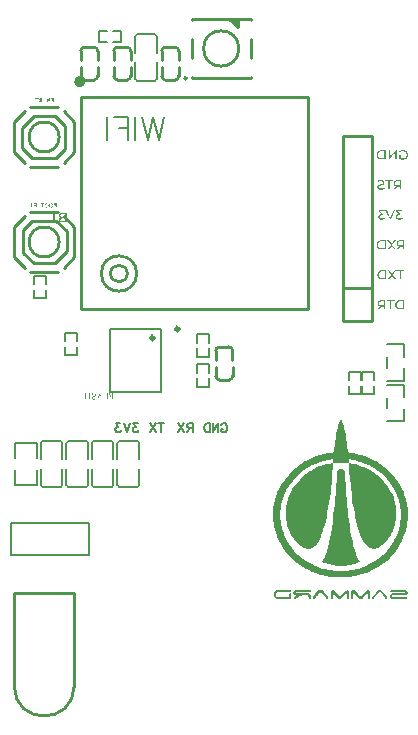
<source format=gbo>
G04 Layer: BottomSilkscreenLayer*
G04 EasyEDA v6.5.46, 2025-09-16 11:21:37*
G04 d57bd40a603b42be9e37e0d49851eb9c,10*
G04 Gerber Generator version 0.2*
G04 Scale: 100 percent, Rotated: No, Reflected: No *
G04 Dimensions in inches *
G04 leading zeros omitted , absolute positions ,3 integer and 6 decimal *
%FSLAX36Y36*%
%MOIN*%

%ADD10C,0.0080*%
%ADD11C,0.0100*%
%ADD12C,0.0060*%
%ADD13C,0.0197*%
%ADD14C,0.0118*%
%ADD15C,0.0173*%

%LPD*%
G36*
X1118940Y-1379319D02*
G01*
X1115760Y-1385480D01*
X1113760Y-1390580D01*
X1112460Y-1394180D01*
X1111180Y-1398380D01*
X1108620Y-1407380D01*
X1105760Y-1419920D01*
X1104440Y-1426680D01*
X1102500Y-1437480D01*
X1101240Y-1445360D01*
X1099600Y-1456620D01*
X1098280Y-1466819D01*
X1096380Y-1483620D01*
X1095740Y-1490440D01*
X1095400Y-1490940D01*
X1085900Y-1491920D01*
X1078140Y-1493120D01*
X1071700Y-1494319D01*
X1064680Y-1495800D01*
X1059520Y-1497020D01*
X1051680Y-1499120D01*
X1044920Y-1501140D01*
X1039419Y-1503040D01*
X1037800Y-1503520D01*
X1031040Y-1506040D01*
X1022320Y-1509660D01*
X1013600Y-1513700D01*
X1008439Y-1516260D01*
X999080Y-1521380D01*
X987460Y-1528560D01*
X980360Y-1533520D01*
X972760Y-1539240D01*
X968439Y-1542760D01*
X961000Y-1549120D01*
X952300Y-1557480D01*
X944580Y-1565720D01*
X938060Y-1573360D01*
X931580Y-1581780D01*
X925639Y-1590360D01*
X920180Y-1599180D01*
X913240Y-1612100D01*
X910560Y-1617800D01*
X907840Y-1624100D01*
X905939Y-1628899D01*
X902440Y-1638800D01*
X900540Y-1644800D01*
X898199Y-1653959D01*
X897320Y-1657720D01*
X895380Y-1668220D01*
X894340Y-1675420D01*
X893700Y-1681720D01*
X893000Y-1690720D01*
X893000Y-1700340D01*
X917000Y-1700340D01*
X917300Y-1688020D01*
X917940Y-1681120D01*
X918600Y-1675420D01*
X919860Y-1667760D01*
X920560Y-1664019D01*
X921900Y-1658020D01*
X924740Y-1647800D01*
X925920Y-1643899D01*
X928520Y-1636699D01*
X932500Y-1627100D01*
X935480Y-1620800D01*
X940819Y-1610880D01*
X945639Y-1602980D01*
X952860Y-1592580D01*
X958100Y-1585980D01*
X963240Y-1579980D01*
X969040Y-1573680D01*
X979720Y-1563560D01*
X987800Y-1556819D01*
X994900Y-1551459D01*
X1001020Y-1547180D01*
X1012320Y-1540140D01*
X1022940Y-1534460D01*
X1034900Y-1528940D01*
X1042660Y-1525840D01*
X1049700Y-1523360D01*
X1060080Y-1520180D01*
X1064600Y-1518959D01*
X1072340Y-1517120D01*
X1075880Y-1516440D01*
X1077880Y-1515900D01*
X1079500Y-1515900D01*
X1081380Y-1515360D01*
X1089120Y-1514120D01*
X1093560Y-1513740D01*
X1092760Y-1526540D01*
X1092100Y-1527300D01*
X1090220Y-1527300D01*
X1087500Y-1527840D01*
X1081220Y-1528839D01*
X1075240Y-1530000D01*
X1069760Y-1531220D01*
X1064280Y-1532620D01*
X1059440Y-1533980D01*
X1052000Y-1536339D01*
X1046840Y-1538200D01*
X1039419Y-1541220D01*
X1030620Y-1545300D01*
X1022960Y-1549420D01*
X1018439Y-1552000D01*
X1013600Y-1555020D01*
X1007860Y-1558959D01*
X1000699Y-1564259D01*
X995540Y-1568520D01*
X984220Y-1579079D01*
X981300Y-1582080D01*
X974880Y-1589280D01*
X967060Y-1599180D01*
X963220Y-1604580D01*
X957840Y-1613000D01*
X955660Y-1616600D01*
X948980Y-1629199D01*
X947620Y-1632040D01*
X947620Y-1632360D01*
X945440Y-1637160D01*
X943780Y-1641200D01*
X941200Y-1648700D01*
X939920Y-1654720D01*
X939160Y-1659220D01*
X938620Y-1661920D01*
X937320Y-1670920D01*
X936660Y-1676920D01*
X935920Y-1685620D01*
X936260Y-1708740D01*
X936919Y-1714740D01*
X938220Y-1723440D01*
X939580Y-1730040D01*
X941120Y-1736200D01*
X942780Y-1741759D01*
X945320Y-1749000D01*
X948640Y-1756759D01*
X949940Y-1759460D01*
X953980Y-1766960D01*
X955320Y-1769160D01*
X959340Y-1775380D01*
X961280Y-1778080D01*
X967099Y-1785280D01*
X972700Y-1791279D01*
X981660Y-1799400D01*
X987360Y-1803520D01*
X996500Y-1809360D01*
X999080Y-1810560D01*
X1002320Y-1811600D01*
X1005860Y-1812420D01*
X1012880Y-1812440D01*
X1015540Y-1811800D01*
X1020060Y-1810500D01*
X1023880Y-1808800D01*
X1027800Y-1806339D01*
X1032340Y-1802920D01*
X1036520Y-1798480D01*
X1038500Y-1796080D01*
X1041820Y-1791500D01*
X1045380Y-1785580D01*
X1048560Y-1779580D01*
X1051420Y-1773560D01*
X1054440Y-1766220D01*
X1058560Y-1754960D01*
X1060520Y-1748959D01*
X1062880Y-1741160D01*
X1064800Y-1734259D01*
X1068240Y-1720740D01*
X1071220Y-1707540D01*
X1074440Y-1691480D01*
X1077020Y-1677080D01*
X1079580Y-1661240D01*
X1082220Y-1643000D01*
X1084760Y-1622900D01*
X1086080Y-1611480D01*
X1088020Y-1592280D01*
X1089600Y-1574880D01*
X1090920Y-1558520D01*
X1092180Y-1539760D01*
X1092920Y-1527300D01*
X1145660Y-1527300D01*
X1146120Y-1533160D01*
X1146700Y-1543660D01*
X1147680Y-1557620D01*
X1149280Y-1577580D01*
X1151860Y-1604580D01*
X1155120Y-1632800D01*
X1157700Y-1651860D01*
X1160240Y-1668820D01*
X1161540Y-1676620D01*
X1164800Y-1694480D01*
X1167440Y-1707540D01*
X1170300Y-1720140D01*
X1172860Y-1730500D01*
X1177100Y-1745660D01*
X1179560Y-1753460D01*
X1183460Y-1764259D01*
X1186720Y-1772220D01*
X1188580Y-1776420D01*
X1194160Y-1787240D01*
X1198540Y-1793980D01*
X1203140Y-1799700D01*
X1208840Y-1804960D01*
X1214260Y-1808560D01*
X1218840Y-1810560D01*
X1222080Y-1811600D01*
X1226280Y-1812440D01*
X1232980Y-1812440D01*
X1238200Y-1811100D01*
X1242080Y-1809379D01*
X1249820Y-1804520D01*
X1254020Y-1801540D01*
X1257240Y-1799100D01*
X1261120Y-1795820D01*
X1267160Y-1790080D01*
X1272540Y-1784079D01*
X1276000Y-1779880D01*
X1280640Y-1773440D01*
X1285040Y-1766360D01*
X1289280Y-1758260D01*
X1290620Y-1755520D01*
X1292020Y-1752260D01*
X1293920Y-1747460D01*
X1295240Y-1743860D01*
X1297060Y-1737860D01*
X1298440Y-1732760D01*
X1300020Y-1725540D01*
X1301620Y-1715640D01*
X1302300Y-1709340D01*
X1302860Y-1695840D01*
X1302580Y-1684120D01*
X1301920Y-1676320D01*
X1301279Y-1670320D01*
X1299980Y-1661620D01*
X1298360Y-1653140D01*
X1297360Y-1648400D01*
X1294820Y-1640900D01*
X1291240Y-1632500D01*
X1288640Y-1627100D01*
X1284199Y-1618700D01*
X1278780Y-1609680D01*
X1276020Y-1605480D01*
X1269560Y-1596480D01*
X1264140Y-1589700D01*
X1257940Y-1582680D01*
X1255340Y-1579980D01*
X1242080Y-1567640D01*
X1239180Y-1565260D01*
X1232080Y-1559860D01*
X1225940Y-1555600D01*
X1217240Y-1550240D01*
X1209820Y-1546200D01*
X1197220Y-1540360D01*
X1193680Y-1538940D01*
X1183680Y-1535360D01*
X1177220Y-1533400D01*
X1170440Y-1531540D01*
X1162380Y-1529740D01*
X1155600Y-1528520D01*
X1148140Y-1527300D01*
X1146480Y-1527300D01*
X1145840Y-1526540D01*
X1145420Y-1518740D01*
X1145020Y-1514000D01*
X1150120Y-1514660D01*
X1157380Y-1515900D01*
X1162220Y-1516819D01*
X1167300Y-1517960D01*
X1174480Y-1519800D01*
X1181120Y-1521780D01*
X1187740Y-1523860D01*
X1191900Y-1525340D01*
X1201100Y-1528940D01*
X1213060Y-1534460D01*
X1223680Y-1540140D01*
X1234980Y-1547180D01*
X1241600Y-1551800D01*
X1252080Y-1559860D01*
X1264600Y-1571260D01*
X1271700Y-1578779D01*
X1277900Y-1585980D01*
X1283140Y-1592580D01*
X1290360Y-1602980D01*
X1295180Y-1610880D01*
X1300520Y-1620800D01*
X1303500Y-1627100D01*
X1305560Y-1631900D01*
X1307480Y-1636699D01*
X1310080Y-1643899D01*
X1311900Y-1649900D01*
X1314100Y-1658020D01*
X1315460Y-1664019D01*
X1316740Y-1671220D01*
X1317400Y-1675420D01*
X1318060Y-1681120D01*
X1318720Y-1688020D01*
X1319019Y-1700040D01*
X1318400Y-1713839D01*
X1317780Y-1720140D01*
X1317140Y-1724640D01*
X1316140Y-1730800D01*
X1314860Y-1737100D01*
X1313600Y-1742360D01*
X1312000Y-1748360D01*
X1310720Y-1752560D01*
X1308120Y-1760060D01*
X1306060Y-1765160D01*
X1305740Y-1766519D01*
X1305180Y-1766860D01*
X1305180Y-1767720D01*
X1302580Y-1773120D01*
X1302580Y-1773400D01*
X1300900Y-1776879D01*
X1295820Y-1786480D01*
X1293160Y-1790980D01*
X1289560Y-1796680D01*
X1281639Y-1807840D01*
X1277320Y-1813180D01*
X1272140Y-1819199D01*
X1266500Y-1825220D01*
X1258560Y-1832920D01*
X1248860Y-1841120D01*
X1242720Y-1845860D01*
X1233800Y-1852080D01*
X1225180Y-1857460D01*
X1218520Y-1861160D01*
X1211100Y-1864960D01*
X1202440Y-1868920D01*
X1198340Y-1870660D01*
X1198060Y-1870660D01*
X1194640Y-1872120D01*
X1191100Y-1873440D01*
X1185940Y-1875200D01*
X1175600Y-1878380D01*
X1171080Y-1879620D01*
X1159800Y-1882120D01*
X1153660Y-1883240D01*
X1149780Y-1883860D01*
X1140420Y-1885040D01*
X1133000Y-1885660D01*
X1123000Y-1886279D01*
X1113000Y-1886279D01*
X1103000Y-1885660D01*
X1095580Y-1885040D01*
X1090740Y-1884460D01*
X1084280Y-1883560D01*
X1077500Y-1882380D01*
X1069120Y-1880560D01*
X1064120Y-1879379D01*
X1060400Y-1878380D01*
X1050080Y-1875200D01*
X1043139Y-1872780D01*
X1037960Y-1870660D01*
X1037660Y-1870660D01*
X1033560Y-1868920D01*
X1024900Y-1864960D01*
X1017480Y-1861160D01*
X1010840Y-1857460D01*
X1002220Y-1852080D01*
X993280Y-1845860D01*
X987140Y-1841120D01*
X977460Y-1832920D01*
X969500Y-1825220D01*
X963860Y-1819199D01*
X957420Y-1811680D01*
X955879Y-1809580D01*
X955420Y-1809280D01*
X947320Y-1798000D01*
X942840Y-1790980D01*
X940200Y-1786480D01*
X935100Y-1776879D01*
X933420Y-1773400D01*
X933420Y-1773120D01*
X930840Y-1767720D01*
X930840Y-1766860D01*
X930260Y-1766519D01*
X929940Y-1765160D01*
X927880Y-1760060D01*
X925280Y-1752560D01*
X922760Y-1743860D01*
X921560Y-1738760D01*
X919680Y-1729900D01*
X918240Y-1720140D01*
X917600Y-1713839D01*
X917000Y-1700340D01*
X893000Y-1700340D01*
X893000Y-1707840D01*
X893680Y-1716840D01*
X894680Y-1725240D01*
X895620Y-1731840D01*
X897020Y-1739060D01*
X898580Y-1746100D01*
X901520Y-1756759D01*
X902620Y-1760220D01*
X905300Y-1767900D01*
X907660Y-1773880D01*
X910100Y-1779580D01*
X911480Y-1782420D01*
X911480Y-1782660D01*
X914100Y-1787980D01*
X918900Y-1796980D01*
X922980Y-1803880D01*
X927039Y-1810180D01*
X933700Y-1819540D01*
X939380Y-1826680D01*
X943480Y-1831500D01*
X946160Y-1834480D01*
X952940Y-1841699D01*
X964560Y-1852520D01*
X973960Y-1860160D01*
X982960Y-1866800D01*
X993100Y-1873520D01*
X1001979Y-1878680D01*
X1007240Y-1881519D01*
X1013600Y-1884780D01*
X1022000Y-1888620D01*
X1027700Y-1891080D01*
X1027940Y-1891080D01*
X1031360Y-1892520D01*
X1036520Y-1894460D01*
X1045240Y-1897380D01*
X1050080Y-1898860D01*
X1057660Y-1901000D01*
X1067980Y-1903380D01*
X1072660Y-1904319D01*
X1081380Y-1905820D01*
X1088000Y-1906720D01*
X1095900Y-1907560D01*
X1106220Y-1908340D01*
X1129780Y-1908340D01*
X1140100Y-1907560D01*
X1150440Y-1906420D01*
X1162060Y-1904600D01*
X1164640Y-1904040D01*
X1166900Y-1903660D01*
X1177540Y-1901240D01*
X1190120Y-1897640D01*
X1191420Y-1897120D01*
X1194320Y-1896220D01*
X1199480Y-1894460D01*
X1204640Y-1892520D01*
X1208060Y-1891080D01*
X1208300Y-1891080D01*
X1214000Y-1888620D01*
X1222400Y-1884780D01*
X1231020Y-1880320D01*
X1235960Y-1877600D01*
X1242900Y-1873520D01*
X1253060Y-1866800D01*
X1262040Y-1860160D01*
X1271440Y-1852520D01*
X1283060Y-1841699D01*
X1289840Y-1834480D01*
X1292520Y-1831500D01*
X1296620Y-1826680D01*
X1302300Y-1819540D01*
X1308959Y-1810180D01*
X1313020Y-1803880D01*
X1316459Y-1798180D01*
X1322860Y-1786180D01*
X1326740Y-1777780D01*
X1330720Y-1767900D01*
X1333959Y-1758560D01*
X1335880Y-1751960D01*
X1337440Y-1746040D01*
X1338740Y-1740260D01*
X1340060Y-1733640D01*
X1341020Y-1727640D01*
X1342320Y-1716840D01*
X1343000Y-1707840D01*
X1343000Y-1690720D01*
X1342320Y-1681720D01*
X1341660Y-1675420D01*
X1340640Y-1668220D01*
X1338680Y-1657720D01*
X1337480Y-1652600D01*
X1335460Y-1644800D01*
X1333460Y-1638500D01*
X1330060Y-1628899D01*
X1328160Y-1624100D01*
X1325440Y-1617800D01*
X1322760Y-1612100D01*
X1316180Y-1599740D01*
X1310360Y-1590360D01*
X1305080Y-1582680D01*
X1300540Y-1576680D01*
X1297920Y-1573360D01*
X1292320Y-1566660D01*
X1283720Y-1557480D01*
X1275000Y-1549120D01*
X1263260Y-1539240D01*
X1255640Y-1533520D01*
X1248540Y-1528560D01*
X1236920Y-1521380D01*
X1227560Y-1516260D01*
X1222400Y-1513700D01*
X1213680Y-1509660D01*
X1204980Y-1506040D01*
X1198200Y-1503520D01*
X1196580Y-1503040D01*
X1191100Y-1501140D01*
X1181980Y-1498460D01*
X1173680Y-1496339D01*
X1168820Y-1495240D01*
X1162060Y-1493920D01*
X1151400Y-1492160D01*
X1143240Y-1491200D01*
X1142820Y-1489319D01*
X1140940Y-1471320D01*
X1139660Y-1461120D01*
X1137400Y-1445060D01*
X1134800Y-1429680D01*
X1133780Y-1424500D01*
X1133460Y-1422400D01*
X1130300Y-1408580D01*
X1128280Y-1400780D01*
X1126940Y-1396579D01*
X1124180Y-1388760D01*
X1122160Y-1383980D01*
X1120460Y-1380680D01*
X1119540Y-1379319D01*
G37*
G36*
X1120100Y-1545660D02*
G01*
X1116560Y-1545980D01*
X1112520Y-1547740D01*
X1109720Y-1550300D01*
X1107740Y-1553560D01*
X1106620Y-1556560D01*
X1106040Y-1559259D01*
X1104780Y-1581480D01*
X1103160Y-1606380D01*
X1101880Y-1623880D01*
X1099300Y-1654720D01*
X1098000Y-1668300D01*
X1096400Y-1683820D01*
X1094480Y-1700640D01*
X1092820Y-1714000D01*
X1091560Y-1723440D01*
X1088660Y-1743260D01*
X1085440Y-1762460D01*
X1082240Y-1778980D01*
X1080240Y-1788280D01*
X1078320Y-1796540D01*
X1075420Y-1807940D01*
X1071280Y-1821900D01*
X1068020Y-1831220D01*
X1064960Y-1838700D01*
X1063400Y-1842000D01*
X1060220Y-1848000D01*
X1058540Y-1850700D01*
X1056680Y-1853220D01*
X1056680Y-1855880D01*
X1058340Y-1857420D01*
X1064280Y-1859640D01*
X1069440Y-1861399D01*
X1075880Y-1863380D01*
X1081700Y-1864920D01*
X1088480Y-1866420D01*
X1095900Y-1867640D01*
X1102020Y-1868400D01*
X1136560Y-1868400D01*
X1142680Y-1867640D01*
X1151560Y-1866120D01*
X1156720Y-1864960D01*
X1162700Y-1863380D01*
X1171200Y-1860780D01*
X1180240Y-1857420D01*
X1181900Y-1855880D01*
X1181900Y-1853180D01*
X1179300Y-1849340D01*
X1177040Y-1845460D01*
X1174260Y-1839900D01*
X1170960Y-1832100D01*
X1167940Y-1823700D01*
X1167440Y-1821900D01*
X1165800Y-1816800D01*
X1163460Y-1808680D01*
X1160880Y-1798779D01*
X1158340Y-1787980D01*
X1156740Y-1780480D01*
X1153820Y-1765620D01*
X1150900Y-1748800D01*
X1148020Y-1729900D01*
X1146720Y-1720600D01*
X1144100Y-1700040D01*
X1142540Y-1686160D01*
X1140580Y-1667460D01*
X1139320Y-1654120D01*
X1137040Y-1627400D01*
X1135420Y-1605340D01*
X1133160Y-1569160D01*
X1132840Y-1561060D01*
X1132120Y-1556860D01*
X1131200Y-1554160D01*
X1129480Y-1550900D01*
X1126080Y-1547680D01*
X1122360Y-1546100D01*
G37*
G36*
X1249820Y-1948440D02*
G01*
X1245560Y-1948660D01*
X1242640Y-1949940D01*
X1240780Y-1951860D01*
X1239200Y-1953959D01*
X1238820Y-1954259D01*
X1237280Y-1956360D01*
X1236880Y-1956660D01*
X1235320Y-1958760D01*
X1222640Y-1974500D01*
X1222220Y-1976540D01*
X1222660Y-1977680D01*
X1224300Y-1979319D01*
X1227280Y-1979319D01*
X1228620Y-1978160D01*
X1245840Y-1956800D01*
X1247960Y-1955320D01*
X1249000Y-1955320D01*
X1251760Y-1957860D01*
X1254320Y-1961160D01*
X1254680Y-1961459D01*
X1267500Y-1977380D01*
X1269480Y-1979319D01*
X1272460Y-1979319D01*
X1274220Y-1977620D01*
X1274560Y-1975560D01*
X1273920Y-1974060D01*
X1272620Y-1972560D01*
X1257080Y-1953060D01*
X1254200Y-1949980D01*
X1251760Y-1948899D01*
G37*
G36*
X1052980Y-1948460D02*
G01*
X1048680Y-1948660D01*
X1045939Y-1949960D01*
X1044479Y-1951260D01*
X1027140Y-1972860D01*
X1025600Y-1974900D01*
X1025600Y-1977540D01*
X1027440Y-1979319D01*
X1030580Y-1979319D01*
X1031780Y-1978280D01*
X1035879Y-1973160D01*
X1037460Y-1971060D01*
X1037840Y-1970760D01*
X1039400Y-1968660D01*
X1039780Y-1968360D01*
X1041320Y-1966260D01*
X1041720Y-1965960D01*
X1043259Y-1963860D01*
X1043660Y-1963560D01*
X1045200Y-1961459D01*
X1045580Y-1961160D01*
X1048139Y-1957860D01*
X1050900Y-1955320D01*
X1051940Y-1955320D01*
X1054060Y-1956800D01*
X1070980Y-1977680D01*
X1072620Y-1979319D01*
X1075640Y-1979319D01*
X1077360Y-1977720D01*
X1077740Y-1976300D01*
X1077340Y-1974460D01*
X1065240Y-1959360D01*
X1063640Y-1957260D01*
X1062840Y-1956360D01*
X1059040Y-1951540D01*
X1056720Y-1949640D01*
X1054580Y-1948740D01*
G37*
G36*
X1285740Y-1949900D02*
G01*
X1283880Y-1951780D01*
X1283880Y-1954139D01*
X1284940Y-1955640D01*
X1286740Y-1956519D01*
X1332720Y-1956519D01*
X1334220Y-1957820D01*
X1334220Y-1960080D01*
X1332340Y-1961320D01*
X1289520Y-1961320D01*
X1287260Y-1962060D01*
X1284860Y-1963440D01*
X1283000Y-1965660D01*
X1281819Y-1967760D01*
X1281819Y-1972860D01*
X1283240Y-1975620D01*
X1285640Y-1977740D01*
X1288740Y-1979319D01*
X1337140Y-1979319D01*
X1338640Y-1977980D01*
X1339360Y-1975960D01*
X1338480Y-1974019D01*
X1336699Y-1972720D01*
X1290600Y-1972720D01*
X1289360Y-1972100D01*
X1288380Y-1970320D01*
X1289360Y-1968540D01*
X1290600Y-1967920D01*
X1333220Y-1967920D01*
X1336680Y-1966720D01*
X1339360Y-1964580D01*
X1341320Y-1960780D01*
X1341320Y-1956819D01*
X1339780Y-1953660D01*
X1337160Y-1951200D01*
X1334379Y-1949940D01*
G37*
G36*
X1157640Y-1949900D02*
G01*
X1155600Y-1951240D01*
X1154500Y-1952460D01*
X1153500Y-1955120D01*
X1153500Y-1977080D01*
X1155480Y-1979319D01*
X1158760Y-1979319D01*
X1160600Y-1977420D01*
X1160600Y-1959240D01*
X1161200Y-1958899D01*
X1162820Y-1960260D01*
X1179440Y-1977900D01*
X1181880Y-1979319D01*
X1186640Y-1979319D01*
X1188520Y-1978440D01*
X1191480Y-1975560D01*
X1207180Y-1958920D01*
X1207640Y-1958920D01*
X1208020Y-1960260D01*
X1208040Y-1977080D01*
X1209140Y-1978580D01*
X1210140Y-1979300D01*
X1213080Y-1979319D01*
X1214980Y-1977480D01*
X1214980Y-1953959D01*
X1213220Y-1951160D01*
X1211100Y-1949960D01*
X1206580Y-1949920D01*
X1203400Y-1952160D01*
X1185700Y-1970860D01*
X1184140Y-1971240D01*
X1182260Y-1970320D01*
X1181740Y-1969460D01*
X1174960Y-1962360D01*
X1164640Y-1951339D01*
X1162000Y-1949900D01*
G37*
G36*
X1088760Y-1949900D02*
G01*
X1086060Y-1952040D01*
X1084920Y-1954259D01*
X1084920Y-1977480D01*
X1086820Y-1979319D01*
X1089920Y-1979319D01*
X1091260Y-1978280D01*
X1092180Y-1976240D01*
X1092180Y-1958920D01*
X1092780Y-1958920D01*
X1110600Y-1977760D01*
X1113140Y-1979319D01*
X1117900Y-1979319D01*
X1119840Y-1978420D01*
X1123320Y-1974960D01*
X1138340Y-1959060D01*
X1139140Y-1959060D01*
X1139460Y-1977480D01*
X1141360Y-1979319D01*
X1144400Y-1979319D01*
X1146400Y-1977200D01*
X1146400Y-1954400D01*
X1145060Y-1951759D01*
X1143820Y-1950720D01*
X1142360Y-1949960D01*
X1137960Y-1949900D01*
X1135120Y-1951720D01*
X1117000Y-1970860D01*
X1115400Y-1971240D01*
X1113640Y-1970260D01*
X1096220Y-1951620D01*
X1093360Y-1949900D01*
G37*
G36*
X968540Y-1949900D02*
G01*
X964980Y-1951540D01*
X962480Y-1954180D01*
X961160Y-1957440D01*
X961160Y-1960020D01*
X961860Y-1962060D01*
X962880Y-1963860D01*
X964560Y-1965580D01*
X967140Y-1967220D01*
X970200Y-1968000D01*
X970200Y-1968420D01*
X964240Y-1972240D01*
X961160Y-1975100D01*
X961160Y-1976639D01*
X962080Y-1978280D01*
X963439Y-1979319D01*
X966100Y-1979319D01*
X972300Y-1975180D01*
X976520Y-1972780D01*
X981680Y-1970380D01*
X986760Y-1968779D01*
X991660Y-1967920D01*
X1008960Y-1967920D01*
X1010860Y-1968839D01*
X1010939Y-1968959D01*
X1011340Y-1977480D01*
X1013240Y-1979319D01*
X1016260Y-1979319D01*
X1017980Y-1977720D01*
X1018360Y-1976320D01*
X1018100Y-1966860D01*
X1016620Y-1964460D01*
X1014900Y-1962740D01*
X1011500Y-1961320D01*
X970480Y-1961320D01*
X969080Y-1960620D01*
X968280Y-1959660D01*
X968259Y-1957900D01*
X969659Y-1956519D01*
X1015220Y-1956500D01*
X1017480Y-1955460D01*
X1018319Y-1953959D01*
X1018020Y-1951279D01*
X1016180Y-1949920D01*
G37*
G36*
X905660Y-1949900D02*
G01*
X903060Y-1950660D01*
X899479Y-1953140D01*
X896940Y-1956279D01*
X896020Y-1958160D01*
X894920Y-1961160D01*
X894620Y-1966440D01*
X895400Y-1969259D01*
X896740Y-1972560D01*
X898480Y-1974960D01*
X901740Y-1977800D01*
X905140Y-1979319D01*
X952080Y-1979319D01*
X954060Y-1977480D01*
X954060Y-1963160D01*
X952080Y-1961320D01*
X949160Y-1961320D01*
X946979Y-1963360D01*
X946979Y-1972720D01*
X907680Y-1972720D01*
X905360Y-1971819D01*
X903139Y-1970020D01*
X901780Y-1967320D01*
X901780Y-1961980D01*
X902760Y-1959840D01*
X904800Y-1957680D01*
X907260Y-1956519D01*
X951200Y-1956519D01*
X953000Y-1955640D01*
X954060Y-1954139D01*
X954060Y-1951660D01*
X952180Y-1949900D01*
G37*
G36*
X191100Y-693500D02*
G01*
X188560Y-693640D01*
X186320Y-694040D01*
X184400Y-694740D01*
X182800Y-695699D01*
X181540Y-696860D01*
X180620Y-698220D01*
X180080Y-699800D01*
X179899Y-701600D01*
X179930Y-702200D01*
X184300Y-702200D01*
X184420Y-701020D01*
X184780Y-700000D01*
X185360Y-699120D01*
X186200Y-698400D01*
X187260Y-697840D01*
X188500Y-697420D01*
X189940Y-697180D01*
X191600Y-697099D01*
X200799Y-697099D01*
X200799Y-707200D01*
X191600Y-707200D01*
X189960Y-707120D01*
X188500Y-706880D01*
X187260Y-706460D01*
X186200Y-705900D01*
X185360Y-705220D01*
X184780Y-704380D01*
X184420Y-703360D01*
X184300Y-702200D01*
X179930Y-702200D01*
X179960Y-702800D01*
X180180Y-703920D01*
X180520Y-704960D01*
X181000Y-705900D01*
X181600Y-706760D01*
X182320Y-707500D01*
X183160Y-708139D01*
X184100Y-708700D01*
X182780Y-709140D01*
X181620Y-709720D01*
X180640Y-710480D01*
X179800Y-711400D01*
X179100Y-712460D01*
X178600Y-713680D01*
X178299Y-715020D01*
X178227Y-716100D01*
X182700Y-716100D01*
X184620Y-712200D01*
X190400Y-710900D01*
X200799Y-710900D01*
X200799Y-721400D01*
X190400Y-721400D01*
X188619Y-721320D01*
X187079Y-721080D01*
X185760Y-720660D01*
X184700Y-720100D01*
X183820Y-719360D01*
X183200Y-718460D01*
X182820Y-717360D01*
X182700Y-716100D01*
X178227Y-716100D01*
X178200Y-716500D01*
X178400Y-718439D01*
X178980Y-720120D01*
X179940Y-721580D01*
X181300Y-722800D01*
X182979Y-723760D01*
X185020Y-724460D01*
X187440Y-724860D01*
X190200Y-725000D01*
X205300Y-725000D01*
X205300Y-693500D01*
G37*
G36*
X150100Y-693500D02*
G01*
X150100Y-697400D01*
X160900Y-697400D01*
X160900Y-725000D01*
X165400Y-725000D01*
X165400Y-697400D01*
X176200Y-697400D01*
X176200Y-693500D01*
G37*
G36*
X1326000Y-483100D02*
G01*
X1324139Y-483180D01*
X1322380Y-483420D01*
X1320700Y-483840D01*
X1319100Y-484400D01*
X1317620Y-485080D01*
X1316260Y-485900D01*
X1315020Y-486880D01*
X1313899Y-488000D01*
X1316600Y-490800D01*
X1320800Y-488020D01*
X1325800Y-487100D01*
X1327560Y-487200D01*
X1329199Y-487500D01*
X1330760Y-488000D01*
X1332200Y-488700D01*
X1333560Y-489560D01*
X1334780Y-490580D01*
X1335820Y-491719D01*
X1336699Y-493000D01*
X1337400Y-494440D01*
X1337900Y-495980D01*
X1338200Y-497600D01*
X1338300Y-499300D01*
X1338200Y-500959D01*
X1337900Y-502520D01*
X1337400Y-504000D01*
X1336699Y-505400D01*
X1335820Y-506719D01*
X1334780Y-507900D01*
X1333560Y-508920D01*
X1332200Y-509799D01*
X1330740Y-510500D01*
X1329199Y-511000D01*
X1327560Y-511300D01*
X1325800Y-511400D01*
X1323760Y-511260D01*
X1321879Y-510880D01*
X1320120Y-510220D01*
X1318500Y-509300D01*
X1318500Y-499099D01*
X1314100Y-499099D01*
X1314100Y-511400D01*
X1315340Y-512299D01*
X1316680Y-513080D01*
X1318100Y-513740D01*
X1321160Y-514780D01*
X1322780Y-515120D01*
X1324420Y-515340D01*
X1326100Y-515400D01*
X1328400Y-515260D01*
X1330600Y-514880D01*
X1332700Y-514219D01*
X1334700Y-513300D01*
X1336500Y-512160D01*
X1338100Y-510800D01*
X1339500Y-509260D01*
X1340700Y-507500D01*
X1341620Y-505600D01*
X1342280Y-503600D01*
X1342660Y-501500D01*
X1342800Y-499300D01*
X1342660Y-497060D01*
X1342280Y-494920D01*
X1341620Y-492900D01*
X1340700Y-491000D01*
X1339500Y-489240D01*
X1338080Y-487700D01*
X1336440Y-486360D01*
X1334600Y-485200D01*
X1332640Y-484280D01*
X1330560Y-483620D01*
X1328340Y-483240D01*
G37*
G36*
X1278400Y-483500D02*
G01*
X1278400Y-515000D01*
X1282100Y-515000D01*
X1301000Y-491500D01*
X1301000Y-515000D01*
X1305500Y-515000D01*
X1305500Y-483500D01*
X1301800Y-483500D01*
X1282900Y-507000D01*
X1282900Y-483500D01*
G37*
G36*
X1255700Y-483500D02*
G01*
X1253280Y-483620D01*
X1251000Y-484000D01*
X1248880Y-484620D01*
X1246900Y-485500D01*
X1245060Y-486599D01*
X1243420Y-487879D01*
X1242000Y-489340D01*
X1240800Y-491000D01*
X1239880Y-492860D01*
X1239220Y-494880D01*
X1238840Y-497020D01*
X1238700Y-499300D01*
X1243200Y-499300D01*
X1243300Y-497560D01*
X1243600Y-495940D01*
X1244100Y-494460D01*
X1244800Y-493100D01*
X1245680Y-491820D01*
X1246720Y-490700D01*
X1247940Y-489720D01*
X1249300Y-488900D01*
X1250800Y-488240D01*
X1252420Y-487780D01*
X1254160Y-487500D01*
X1256000Y-487400D01*
X1264500Y-487400D01*
X1264500Y-511100D01*
X1256000Y-511100D01*
X1254160Y-511000D01*
X1252420Y-510720D01*
X1250800Y-510260D01*
X1249300Y-509600D01*
X1247940Y-508780D01*
X1246720Y-507800D01*
X1245680Y-506680D01*
X1244800Y-505400D01*
X1244100Y-504040D01*
X1243600Y-502580D01*
X1243300Y-501000D01*
X1243200Y-499300D01*
X1238700Y-499300D01*
X1238840Y-501540D01*
X1239220Y-503640D01*
X1239880Y-505640D01*
X1240800Y-507500D01*
X1242000Y-509159D01*
X1243420Y-510620D01*
X1245060Y-511900D01*
X1246900Y-513000D01*
X1248880Y-513880D01*
X1251000Y-514500D01*
X1253280Y-514880D01*
X1255700Y-515000D01*
X1269000Y-515000D01*
X1269000Y-483500D01*
G37*
G36*
X1252100Y-583100D02*
G01*
X1249320Y-583300D01*
X1246600Y-583900D01*
X1245300Y-584280D01*
X1244080Y-584740D01*
X1242940Y-585280D01*
X1241900Y-585900D01*
X1243400Y-589500D01*
X1245460Y-588420D01*
X1247600Y-587600D01*
X1249880Y-587160D01*
X1252100Y-587000D01*
X1253880Y-587080D01*
X1255420Y-587340D01*
X1256740Y-587780D01*
X1257800Y-588400D01*
X1258640Y-589140D01*
X1259220Y-590000D01*
X1259580Y-590960D01*
X1259700Y-592000D01*
X1259640Y-592760D01*
X1259420Y-593460D01*
X1259080Y-594060D01*
X1258600Y-594600D01*
X1257380Y-595500D01*
X1255900Y-596200D01*
X1248420Y-598220D01*
X1245900Y-599100D01*
X1244840Y-599560D01*
X1243880Y-600140D01*
X1243000Y-600860D01*
X1242200Y-601700D01*
X1241500Y-602640D01*
X1241000Y-603720D01*
X1240700Y-604980D01*
X1240600Y-606400D01*
X1240680Y-607620D01*
X1240960Y-608780D01*
X1241380Y-609860D01*
X1242000Y-610900D01*
X1242740Y-611900D01*
X1243680Y-612780D01*
X1244800Y-613540D01*
X1246100Y-614200D01*
X1247540Y-614720D01*
X1249120Y-615100D01*
X1250880Y-615320D01*
X1252800Y-615400D01*
X1254580Y-615340D01*
X1256320Y-615120D01*
X1258040Y-614780D01*
X1259700Y-614300D01*
X1261260Y-613700D01*
X1262640Y-613020D01*
X1263860Y-612260D01*
X1264900Y-611400D01*
X1263200Y-607900D01*
X1262240Y-608660D01*
X1261140Y-609340D01*
X1259940Y-609960D01*
X1258600Y-610500D01*
X1257180Y-610940D01*
X1255740Y-611240D01*
X1254280Y-611440D01*
X1252800Y-611500D01*
X1250980Y-611420D01*
X1249400Y-611180D01*
X1248080Y-610760D01*
X1247000Y-610200D01*
X1246120Y-609500D01*
X1245500Y-608680D01*
X1245120Y-607740D01*
X1245000Y-606700D01*
X1245060Y-605940D01*
X1245280Y-605220D01*
X1245620Y-604580D01*
X1246100Y-604000D01*
X1247300Y-603120D01*
X1248700Y-602500D01*
X1256280Y-600420D01*
X1258800Y-599600D01*
X1259860Y-599100D01*
X1260860Y-598480D01*
X1261760Y-597740D01*
X1262600Y-596900D01*
X1263260Y-595960D01*
X1263720Y-594840D01*
X1264000Y-593560D01*
X1264100Y-592100D01*
X1264020Y-590880D01*
X1263780Y-589720D01*
X1263360Y-588640D01*
X1262800Y-587600D01*
X1262060Y-586660D01*
X1261140Y-585800D01*
X1260060Y-585060D01*
X1258800Y-584400D01*
X1257360Y-583840D01*
X1255780Y-583420D01*
X1254020Y-583180D01*
G37*
G36*
X1308000Y-583500D02*
G01*
X1302560Y-584220D01*
X1298400Y-586400D01*
X1296819Y-588000D01*
X1295700Y-589880D01*
X1295020Y-592040D01*
X1294800Y-594500D01*
X1299400Y-594500D01*
X1299540Y-592900D01*
X1299940Y-591480D01*
X1300640Y-590240D01*
X1301600Y-589200D01*
X1302860Y-588420D01*
X1304379Y-587840D01*
X1306120Y-587520D01*
X1308100Y-587400D01*
X1315800Y-587400D01*
X1315800Y-601600D01*
X1308100Y-601600D01*
X1306120Y-601480D01*
X1304379Y-601120D01*
X1302860Y-600540D01*
X1301600Y-599700D01*
X1300640Y-598700D01*
X1299940Y-597500D01*
X1299540Y-596100D01*
X1299400Y-594500D01*
X1294800Y-594500D01*
X1294920Y-596240D01*
X1295240Y-597840D01*
X1295820Y-599340D01*
X1296600Y-600700D01*
X1297640Y-601900D01*
X1298860Y-602920D01*
X1300240Y-603760D01*
X1301800Y-604400D01*
X1294300Y-615000D01*
X1299199Y-615000D01*
X1306000Y-605300D01*
X1307160Y-605380D01*
X1315800Y-605400D01*
X1315800Y-615000D01*
X1320300Y-615000D01*
X1320300Y-583500D01*
G37*
G36*
X1266500Y-583500D02*
G01*
X1266500Y-587400D01*
X1277300Y-587400D01*
X1277300Y-615000D01*
X1281800Y-615000D01*
X1281800Y-587400D01*
X1292600Y-587400D01*
X1292600Y-583500D01*
G37*
G36*
X1302500Y-683500D02*
G01*
X1302500Y-686600D01*
X1310800Y-696700D01*
X1308600Y-697060D01*
X1306680Y-697680D01*
X1305040Y-698520D01*
X1303700Y-699599D01*
X1302660Y-700879D01*
X1301900Y-702320D01*
X1301440Y-703940D01*
X1301300Y-705699D01*
X1301380Y-707020D01*
X1301620Y-708280D01*
X1302040Y-709460D01*
X1302600Y-710600D01*
X1303380Y-711640D01*
X1304319Y-712580D01*
X1305440Y-713400D01*
X1306699Y-714100D01*
X1308080Y-714659D01*
X1309620Y-715080D01*
X1311339Y-715320D01*
X1313200Y-715400D01*
X1314880Y-715340D01*
X1316519Y-715120D01*
X1318140Y-714780D01*
X1319700Y-714300D01*
X1321180Y-713740D01*
X1322520Y-713100D01*
X1323740Y-712360D01*
X1324800Y-711500D01*
X1322700Y-708000D01*
X1321840Y-708720D01*
X1320880Y-709360D01*
X1319800Y-709920D01*
X1317280Y-710840D01*
X1315960Y-711140D01*
X1314580Y-711340D01*
X1313200Y-711400D01*
X1311540Y-711300D01*
X1310080Y-711020D01*
X1308800Y-710560D01*
X1307700Y-709900D01*
X1306860Y-709080D01*
X1306279Y-708120D01*
X1305920Y-707039D01*
X1305800Y-705800D01*
X1305920Y-704560D01*
X1306279Y-703480D01*
X1306860Y-702520D01*
X1307700Y-701700D01*
X1308820Y-701080D01*
X1310180Y-700660D01*
X1311759Y-700380D01*
X1316100Y-700300D01*
X1316100Y-697099D01*
X1308200Y-687400D01*
X1323300Y-687400D01*
X1323300Y-683500D01*
G37*
G36*
X1267600Y-683500D02*
G01*
X1281399Y-715000D01*
X1285900Y-715000D01*
X1299800Y-683500D01*
X1294900Y-683500D01*
X1283600Y-709400D01*
X1272100Y-683500D01*
G37*
G36*
X1245100Y-683500D02*
G01*
X1245100Y-686600D01*
X1253300Y-696700D01*
X1251140Y-697060D01*
X1249260Y-697680D01*
X1247640Y-698520D01*
X1246300Y-699599D01*
X1245200Y-700879D01*
X1244420Y-702320D01*
X1243960Y-703940D01*
X1243800Y-705699D01*
X1243880Y-707020D01*
X1244140Y-708280D01*
X1244580Y-709460D01*
X1245200Y-710600D01*
X1245940Y-711640D01*
X1246840Y-712580D01*
X1247940Y-713400D01*
X1249200Y-714100D01*
X1250620Y-714659D01*
X1252180Y-715080D01*
X1253860Y-715320D01*
X1255700Y-715400D01*
X1257380Y-715340D01*
X1259020Y-715120D01*
X1260640Y-714780D01*
X1262200Y-714300D01*
X1263680Y-713740D01*
X1265020Y-713100D01*
X1266240Y-712360D01*
X1267300Y-711500D01*
X1265200Y-708000D01*
X1264340Y-708720D01*
X1263380Y-709360D01*
X1262300Y-709920D01*
X1259820Y-710840D01*
X1258500Y-711140D01*
X1257120Y-711340D01*
X1255700Y-711400D01*
X1254040Y-711300D01*
X1252600Y-711020D01*
X1251360Y-710560D01*
X1250300Y-709900D01*
X1249420Y-709080D01*
X1248800Y-708120D01*
X1248420Y-707039D01*
X1248300Y-705800D01*
X1248420Y-704560D01*
X1248800Y-703480D01*
X1249420Y-702520D01*
X1250300Y-701700D01*
X1251380Y-701080D01*
X1252700Y-700660D01*
X1254280Y-700380D01*
X1258600Y-700300D01*
X1258600Y-697099D01*
X1250700Y-687400D01*
X1265900Y-687400D01*
X1265900Y-683500D01*
G37*
G36*
X1318000Y-783500D02*
G01*
X1312560Y-784220D01*
X1308400Y-786400D01*
X1306819Y-788000D01*
X1305700Y-789880D01*
X1305020Y-792039D01*
X1304800Y-794500D01*
X1309400Y-794500D01*
X1309540Y-792900D01*
X1309940Y-791480D01*
X1310640Y-790240D01*
X1311600Y-789200D01*
X1312860Y-788420D01*
X1314379Y-787840D01*
X1316120Y-787520D01*
X1318100Y-787400D01*
X1325800Y-787400D01*
X1325800Y-801600D01*
X1318100Y-801600D01*
X1316120Y-801480D01*
X1314379Y-801120D01*
X1312860Y-800540D01*
X1311600Y-799700D01*
X1310640Y-798700D01*
X1309940Y-797500D01*
X1309540Y-796100D01*
X1309400Y-794500D01*
X1304800Y-794500D01*
X1304920Y-796240D01*
X1305240Y-797840D01*
X1305820Y-799340D01*
X1306600Y-800699D01*
X1307640Y-801900D01*
X1308860Y-802920D01*
X1310240Y-803760D01*
X1311800Y-804400D01*
X1304300Y-815000D01*
X1309199Y-815000D01*
X1316000Y-805300D01*
X1317160Y-805380D01*
X1325800Y-805400D01*
X1325800Y-815000D01*
X1330300Y-815000D01*
X1330300Y-783500D01*
G37*
G36*
X1274300Y-783500D02*
G01*
X1285400Y-798700D01*
X1273500Y-815000D01*
X1278700Y-815000D01*
X1288100Y-802000D01*
X1297400Y-815000D01*
X1302600Y-815000D01*
X1290800Y-798800D01*
X1301900Y-783500D01*
X1296800Y-783500D01*
X1287900Y-795600D01*
X1279200Y-783500D01*
G37*
G36*
X1255900Y-783500D02*
G01*
X1253480Y-783620D01*
X1251200Y-784000D01*
X1249080Y-784620D01*
X1247100Y-785500D01*
X1245260Y-786600D01*
X1243640Y-787880D01*
X1242260Y-789340D01*
X1241100Y-791000D01*
X1240140Y-792860D01*
X1239440Y-794880D01*
X1239040Y-797020D01*
X1238900Y-799300D01*
X1243400Y-799300D01*
X1243500Y-797560D01*
X1243800Y-795939D01*
X1244300Y-794460D01*
X1245000Y-793100D01*
X1245880Y-791820D01*
X1246920Y-790699D01*
X1248140Y-789720D01*
X1249500Y-788900D01*
X1251000Y-788240D01*
X1252620Y-787780D01*
X1254360Y-787500D01*
X1256200Y-787400D01*
X1264700Y-787400D01*
X1264700Y-811100D01*
X1256200Y-811100D01*
X1254360Y-811000D01*
X1252620Y-810720D01*
X1251000Y-810260D01*
X1249500Y-809599D01*
X1248140Y-808780D01*
X1246920Y-807800D01*
X1245880Y-806680D01*
X1245000Y-805400D01*
X1244300Y-804040D01*
X1243800Y-802580D01*
X1243500Y-801000D01*
X1243400Y-799300D01*
X1238900Y-799300D01*
X1239040Y-801540D01*
X1239460Y-803640D01*
X1240140Y-805639D01*
X1241100Y-807500D01*
X1242260Y-809160D01*
X1243640Y-810620D01*
X1245260Y-811900D01*
X1247100Y-813000D01*
X1249080Y-813880D01*
X1251200Y-814500D01*
X1253480Y-814880D01*
X1255900Y-815000D01*
X1269200Y-815000D01*
X1269200Y-783500D01*
G37*
G36*
X1303800Y-883500D02*
G01*
X1303800Y-887400D01*
X1314600Y-887400D01*
X1314600Y-915000D01*
X1319000Y-915000D01*
X1319000Y-887400D01*
X1329800Y-887400D01*
X1329800Y-883500D01*
G37*
G36*
X1276000Y-883500D02*
G01*
X1287200Y-898700D01*
X1275200Y-915000D01*
X1280400Y-915000D01*
X1289900Y-902000D01*
X1299199Y-915000D01*
X1304400Y-915000D01*
X1292500Y-898800D01*
X1303600Y-883500D01*
X1298500Y-883500D01*
X1289700Y-895600D01*
X1281000Y-883500D01*
G37*
G36*
X1257700Y-883500D02*
G01*
X1255260Y-883620D01*
X1252980Y-884000D01*
X1250820Y-884620D01*
X1248800Y-885500D01*
X1246960Y-886600D01*
X1245340Y-887880D01*
X1243960Y-889340D01*
X1242800Y-891000D01*
X1241880Y-892860D01*
X1241220Y-894880D01*
X1240840Y-897020D01*
X1240700Y-899300D01*
X1245200Y-899300D01*
X1245300Y-897560D01*
X1245600Y-895939D01*
X1246100Y-894460D01*
X1246800Y-893100D01*
X1247640Y-891820D01*
X1248640Y-890699D01*
X1249840Y-889720D01*
X1251200Y-888900D01*
X1252720Y-888240D01*
X1254340Y-887780D01*
X1256120Y-887500D01*
X1258000Y-887400D01*
X1266500Y-887400D01*
X1266500Y-911100D01*
X1258000Y-911100D01*
X1256120Y-911000D01*
X1254340Y-910720D01*
X1252720Y-910260D01*
X1251200Y-909599D01*
X1249840Y-908780D01*
X1248640Y-907800D01*
X1247640Y-906680D01*
X1246800Y-905400D01*
X1246100Y-904040D01*
X1245600Y-902580D01*
X1245300Y-901000D01*
X1245200Y-899300D01*
X1240700Y-899300D01*
X1240840Y-901540D01*
X1241220Y-903640D01*
X1241880Y-905639D01*
X1242800Y-907500D01*
X1243960Y-909160D01*
X1245340Y-910620D01*
X1246960Y-911900D01*
X1248800Y-913000D01*
X1250820Y-913880D01*
X1252980Y-914500D01*
X1255260Y-914880D01*
X1257700Y-915000D01*
X1271000Y-915000D01*
X1271000Y-883500D01*
G37*
G36*
X1317000Y-983500D02*
G01*
X1314560Y-983620D01*
X1312280Y-984000D01*
X1310120Y-984620D01*
X1308100Y-985500D01*
X1306300Y-986600D01*
X1304700Y-987880D01*
X1303300Y-989340D01*
X1302100Y-991000D01*
X1301180Y-992860D01*
X1300520Y-994880D01*
X1300140Y-997020D01*
X1300000Y-999300D01*
X1304500Y-999300D01*
X1304600Y-997560D01*
X1304900Y-995939D01*
X1305400Y-994460D01*
X1306100Y-993100D01*
X1306940Y-991820D01*
X1307960Y-990699D01*
X1309139Y-989720D01*
X1310500Y-988900D01*
X1312020Y-988240D01*
X1313640Y-987780D01*
X1315420Y-987500D01*
X1317300Y-987400D01*
X1325800Y-987400D01*
X1325800Y-1011100D01*
X1317300Y-1011100D01*
X1315420Y-1011000D01*
X1313640Y-1010720D01*
X1312020Y-1010260D01*
X1310500Y-1009599D01*
X1309139Y-1008780D01*
X1307960Y-1007800D01*
X1306940Y-1006680D01*
X1306100Y-1005400D01*
X1305400Y-1004040D01*
X1304900Y-1002580D01*
X1304600Y-1001000D01*
X1304500Y-999300D01*
X1300000Y-999300D01*
X1300140Y-1001540D01*
X1300520Y-1003640D01*
X1301180Y-1005639D01*
X1302100Y-1007500D01*
X1303300Y-1009160D01*
X1304700Y-1010620D01*
X1306300Y-1011900D01*
X1308100Y-1013000D01*
X1310120Y-1013880D01*
X1312280Y-1014500D01*
X1314560Y-1014880D01*
X1317000Y-1015000D01*
X1330300Y-1015000D01*
X1330300Y-983500D01*
G37*
G36*
X1272000Y-983500D02*
G01*
X1272000Y-987400D01*
X1282800Y-987400D01*
X1282800Y-1015000D01*
X1287300Y-1015000D01*
X1287300Y-987400D01*
X1298100Y-987400D01*
X1298100Y-983500D01*
G37*
G36*
X1254900Y-983500D02*
G01*
X1249380Y-984220D01*
X1245200Y-986400D01*
X1243660Y-988000D01*
X1242580Y-989880D01*
X1241920Y-992039D01*
X1241700Y-994500D01*
X1246200Y-994500D01*
X1246340Y-992900D01*
X1246780Y-991480D01*
X1247500Y-990240D01*
X1248500Y-989200D01*
X1249740Y-988420D01*
X1251220Y-987840D01*
X1252980Y-987520D01*
X1255000Y-987400D01*
X1262600Y-987400D01*
X1262600Y-1001600D01*
X1255000Y-1001600D01*
X1252980Y-1001480D01*
X1251220Y-1001120D01*
X1249740Y-1000540D01*
X1248500Y-999700D01*
X1247500Y-998700D01*
X1246780Y-997500D01*
X1246340Y-996100D01*
X1246200Y-994500D01*
X1241700Y-994500D01*
X1241820Y-996240D01*
X1242160Y-997840D01*
X1242720Y-999340D01*
X1243500Y-1000699D01*
X1244500Y-1001900D01*
X1245680Y-1002920D01*
X1247040Y-1003760D01*
X1248600Y-1004400D01*
X1241200Y-1015000D01*
X1246100Y-1015000D01*
X1252900Y-1005300D01*
X1254000Y-1005380D01*
X1262600Y-1005400D01*
X1262600Y-1015000D01*
X1267100Y-1015000D01*
X1267100Y-983500D01*
G37*
G36*
X153700Y-660000D02*
G01*
X151220Y-660500D01*
X149080Y-661979D01*
X147560Y-664380D01*
X147000Y-667700D01*
X149300Y-667700D01*
X149560Y-665180D01*
X150380Y-663040D01*
X151740Y-661560D01*
X153700Y-661000D01*
X155700Y-661560D01*
X157060Y-663040D01*
X157840Y-665180D01*
X158100Y-667700D01*
X157840Y-670180D01*
X157060Y-672320D01*
X155700Y-673840D01*
X153700Y-674400D01*
X151740Y-673840D01*
X150380Y-672320D01*
X149560Y-670180D01*
X149300Y-667700D01*
X147000Y-667700D01*
X147560Y-670920D01*
X149080Y-673300D01*
X151220Y-674780D01*
X153700Y-675300D01*
X156220Y-674800D01*
X158360Y-673340D01*
X159840Y-670960D01*
X160400Y-667700D01*
X159840Y-664479D01*
X158320Y-662039D01*
X156180Y-660520D01*
G37*
G36*
X138000Y-660000D02*
G01*
X135520Y-660500D01*
X133380Y-661979D01*
X131860Y-664380D01*
X131300Y-667700D01*
X133600Y-667700D01*
X133860Y-665180D01*
X134680Y-663040D01*
X136040Y-661560D01*
X138000Y-661000D01*
X140000Y-661560D01*
X141360Y-663040D01*
X142140Y-665180D01*
X142400Y-667700D01*
X142140Y-670180D01*
X141360Y-672320D01*
X140000Y-673840D01*
X138000Y-674400D01*
X136040Y-673840D01*
X134680Y-672320D01*
X133860Y-670180D01*
X133600Y-667700D01*
X131300Y-667700D01*
X131860Y-670920D01*
X133380Y-673300D01*
X135520Y-674780D01*
X138000Y-675300D01*
X140520Y-674800D01*
X142660Y-673340D01*
X144140Y-670960D01*
X144700Y-667700D01*
X144140Y-664479D01*
X142620Y-662039D01*
X140480Y-660520D01*
G37*
G36*
X167800Y-660300D02*
G01*
X165700Y-660560D01*
X164200Y-661320D01*
X163299Y-662460D01*
X163018Y-664000D01*
X164899Y-664000D01*
X165120Y-662720D01*
X165780Y-661840D01*
X166880Y-661360D01*
X168400Y-661200D01*
X169899Y-661200D01*
X169899Y-667000D01*
X168800Y-667000D01*
X167060Y-666820D01*
X165840Y-666240D01*
X165120Y-665320D01*
X164899Y-664000D01*
X163018Y-664000D01*
X163200Y-665000D01*
X163820Y-665980D01*
X164899Y-666760D01*
X166500Y-667300D01*
X164560Y-667840D01*
X163220Y-668660D01*
X162440Y-669740D01*
X162200Y-671000D01*
X164300Y-671000D01*
X164560Y-669620D01*
X165340Y-668660D01*
X166700Y-668080D01*
X168700Y-667900D01*
X169899Y-667900D01*
X169899Y-674100D01*
X168500Y-674100D01*
X166660Y-673900D01*
X165340Y-673300D01*
X164560Y-672320D01*
X164300Y-671000D01*
X162200Y-671000D01*
X162520Y-672460D01*
X163560Y-673740D01*
X165360Y-674659D01*
X168000Y-675000D01*
X174000Y-675000D01*
X174000Y-674200D01*
X172000Y-674000D01*
X171900Y-669640D01*
X172000Y-661300D01*
X174000Y-661100D01*
X174000Y-660300D01*
G37*
G36*
X117899Y-660300D02*
G01*
X117700Y-664200D01*
X118800Y-664200D01*
X119400Y-661300D01*
X122800Y-661300D01*
X122899Y-665660D01*
X122800Y-674000D01*
X120600Y-674200D01*
X120600Y-675000D01*
X127200Y-675000D01*
X127200Y-674200D01*
X124900Y-674000D01*
X124900Y-661300D01*
X128400Y-661300D01*
X129000Y-664200D01*
X130100Y-664200D01*
X129900Y-660300D01*
G37*
G36*
X100600Y-660300D02*
G01*
X98539Y-660560D01*
X97040Y-661320D01*
X96120Y-662460D01*
X95818Y-664000D01*
X97800Y-664000D01*
X98000Y-662720D01*
X98640Y-661840D01*
X99700Y-661360D01*
X101199Y-661200D01*
X102700Y-661200D01*
X102800Y-667000D01*
X101600Y-667000D01*
X99900Y-666820D01*
X98720Y-666240D01*
X98020Y-665320D01*
X97800Y-664000D01*
X95818Y-664000D01*
X96000Y-665000D01*
X96620Y-665980D01*
X97700Y-666760D01*
X99300Y-667300D01*
X97380Y-667840D01*
X96080Y-668660D01*
X95340Y-669740D01*
X95100Y-671000D01*
X97200Y-671000D01*
X97440Y-669620D01*
X98219Y-668660D01*
X99560Y-668080D01*
X101500Y-667900D01*
X102800Y-667900D01*
X102700Y-674100D01*
X101300Y-674100D01*
X99520Y-673900D01*
X98240Y-673300D01*
X97460Y-672320D01*
X97200Y-671000D01*
X95100Y-671000D01*
X95420Y-672460D01*
X96420Y-673740D01*
X98219Y-674659D01*
X100900Y-675000D01*
X106900Y-675000D01*
X106900Y-674200D01*
X104800Y-674000D01*
X104800Y-661300D01*
X106900Y-661100D01*
X106900Y-660300D01*
G37*
G36*
X81900Y-660300D02*
G01*
X81800Y-664200D01*
X82800Y-664200D01*
X83500Y-661300D01*
X86900Y-661300D01*
X86900Y-674000D01*
X84600Y-674200D01*
X84600Y-675000D01*
X91199Y-675000D01*
X91199Y-674200D01*
X89000Y-674000D01*
X88900Y-665660D01*
X89000Y-661300D01*
X92400Y-661300D01*
X93000Y-664200D01*
X94100Y-664200D01*
X93900Y-660300D01*
G37*
G36*
X108699Y-675100D02*
G01*
X108699Y-676400D01*
X118200Y-676400D01*
X118200Y-675100D01*
G37*
G36*
X153200Y-310300D02*
G01*
X153000Y-314200D01*
X154100Y-314200D01*
X154700Y-311300D01*
X159900Y-311300D01*
X159900Y-317100D01*
X156600Y-317100D01*
X156300Y-314900D01*
X155400Y-314900D01*
X155400Y-320100D01*
X156300Y-320100D01*
X156600Y-318000D01*
X159900Y-318000D01*
X159900Y-324000D01*
X154300Y-324000D01*
X153700Y-321100D01*
X152600Y-321100D01*
X152700Y-325000D01*
X164000Y-325000D01*
X164000Y-324200D01*
X162000Y-324000D01*
X161900Y-315660D01*
X162000Y-311300D01*
X164000Y-311100D01*
X164000Y-310300D01*
G37*
G36*
X136600Y-310300D02*
G01*
X136600Y-311100D01*
X138400Y-311400D01*
X138400Y-325100D01*
X139200Y-325100D01*
X148200Y-312900D01*
X148100Y-323900D01*
X145800Y-324200D01*
X145800Y-325000D01*
X151000Y-325000D01*
X151000Y-324200D01*
X149100Y-324000D01*
X149100Y-311600D01*
X149300Y-311300D01*
X150900Y-311100D01*
X150900Y-310300D01*
X147500Y-310300D01*
X139400Y-321500D01*
X139400Y-311400D01*
X141800Y-311100D01*
X141800Y-310300D01*
G37*
G36*
X118500Y-310300D02*
G01*
X116440Y-310560D01*
X114940Y-311320D01*
X114019Y-312460D01*
X113718Y-314000D01*
X115700Y-314000D01*
X115900Y-312720D01*
X116540Y-311840D01*
X117600Y-311360D01*
X119100Y-311200D01*
X120600Y-311200D01*
X120700Y-317000D01*
X119500Y-317000D01*
X117800Y-316820D01*
X116620Y-316240D01*
X115920Y-315320D01*
X115700Y-314000D01*
X113718Y-314000D01*
X113900Y-315000D01*
X114520Y-315980D01*
X115600Y-316760D01*
X117200Y-317300D01*
X115280Y-317840D01*
X113980Y-318660D01*
X113240Y-319740D01*
X113000Y-321000D01*
X115100Y-321000D01*
X115340Y-319620D01*
X116120Y-318660D01*
X117460Y-318080D01*
X119400Y-317900D01*
X120700Y-317900D01*
X120600Y-324099D01*
X119200Y-324099D01*
X117420Y-323900D01*
X116140Y-323300D01*
X115360Y-322320D01*
X115100Y-321000D01*
X113000Y-321000D01*
X113320Y-322460D01*
X114320Y-323740D01*
X116120Y-324660D01*
X118800Y-325000D01*
X124800Y-325000D01*
X124800Y-324200D01*
X122700Y-324000D01*
X122700Y-311300D01*
X124800Y-311100D01*
X124800Y-310300D01*
G37*
G36*
X99800Y-310300D02*
G01*
X99700Y-314200D01*
X100700Y-314200D01*
X101400Y-311300D01*
X104800Y-311300D01*
X104800Y-324000D01*
X102500Y-324200D01*
X102500Y-325000D01*
X109100Y-325000D01*
X109100Y-324200D01*
X106900Y-324000D01*
X106800Y-315660D01*
X106900Y-311300D01*
X110300Y-311300D01*
X110900Y-314200D01*
X112000Y-314200D01*
X111800Y-310300D01*
G37*
G36*
X126600Y-325100D02*
G01*
X126600Y-326400D01*
X136100Y-326400D01*
X136100Y-325100D01*
G37*
G36*
X295900Y-1292500D02*
G01*
X294340Y-1292620D01*
X292940Y-1292980D01*
X291660Y-1293520D01*
X290500Y-1294199D01*
X290800Y-1298500D01*
X292500Y-1298500D01*
X293300Y-1294600D01*
X293920Y-1294280D01*
X294580Y-1294060D01*
X296000Y-1293899D01*
X297820Y-1294160D01*
X299280Y-1294920D01*
X300240Y-1296140D01*
X300600Y-1297800D01*
X300340Y-1299220D01*
X299600Y-1300360D01*
X298400Y-1301300D01*
X296800Y-1302100D01*
X295500Y-1302600D01*
X292700Y-1303920D01*
X290840Y-1305380D01*
X289820Y-1307100D01*
X289500Y-1309199D01*
X290080Y-1311819D01*
X291680Y-1313820D01*
X294140Y-1315060D01*
X297300Y-1315500D01*
X299140Y-1315360D01*
X300880Y-1314980D01*
X302420Y-1314400D01*
X303700Y-1313700D01*
X303400Y-1309100D01*
X301800Y-1309100D01*
X300900Y-1313200D01*
X300140Y-1313580D01*
X299340Y-1313820D01*
X298480Y-1313959D01*
X297500Y-1314000D01*
X295320Y-1313740D01*
X293640Y-1312960D01*
X292580Y-1311680D01*
X292200Y-1309900D01*
X292440Y-1308520D01*
X293180Y-1307420D01*
X294480Y-1306480D01*
X297600Y-1305100D01*
X299920Y-1303940D01*
X301720Y-1302520D01*
X302880Y-1300720D01*
X303300Y-1298500D01*
X302740Y-1295960D01*
X301180Y-1294079D01*
X298820Y-1292900D01*
G37*
G36*
X315000Y-1292900D02*
G01*
X310369Y-1306399D01*
X313400Y-1306399D01*
X316800Y-1296200D01*
X320200Y-1306399D01*
X310369Y-1306399D01*
X307900Y-1313600D01*
X305400Y-1313899D01*
X305400Y-1315000D01*
X314300Y-1315000D01*
X314300Y-1313899D01*
X311100Y-1313500D01*
X313000Y-1307700D01*
X320600Y-1307700D01*
X322500Y-1313400D01*
X319300Y-1313899D01*
X319300Y-1315000D01*
X326599Y-1315000D01*
X326599Y-1313899D01*
X323900Y-1313400D01*
X316900Y-1292900D01*
G37*
G36*
X347200Y-1293000D02*
G01*
X347000Y-1298800D01*
X348600Y-1298800D01*
X349500Y-1294500D01*
X357400Y-1294500D01*
X357400Y-1303200D01*
X352200Y-1303200D01*
X351800Y-1299900D01*
X350400Y-1299900D01*
X350400Y-1307900D01*
X351800Y-1307900D01*
X352200Y-1304500D01*
X357400Y-1304500D01*
X357400Y-1313500D01*
X354200Y-1313899D01*
X354200Y-1315000D01*
X363500Y-1315000D01*
X363500Y-1313899D01*
X360500Y-1313500D01*
X360400Y-1301020D01*
X360500Y-1294500D01*
X363500Y-1294100D01*
X363500Y-1293000D01*
G37*
G36*
X335500Y-1293000D02*
G01*
X335500Y-1294100D01*
X338600Y-1294500D01*
X338700Y-1307320D01*
X338600Y-1313600D01*
X331100Y-1313600D01*
X330000Y-1308800D01*
X328300Y-1308800D01*
X328500Y-1315000D01*
X344799Y-1315000D01*
X344799Y-1313899D01*
X341800Y-1313500D01*
X341700Y-1301020D01*
X341800Y-1294500D01*
X344799Y-1294100D01*
X344799Y-1293000D01*
G37*
G36*
X264000Y-1293000D02*
G01*
X264000Y-1294100D01*
X267100Y-1294500D01*
X267100Y-1313500D01*
X264000Y-1313899D01*
X264000Y-1315000D01*
X273200Y-1315000D01*
X273200Y-1313899D01*
X270200Y-1313500D01*
X270100Y-1304400D01*
X280800Y-1304400D01*
X280800Y-1313500D01*
X277700Y-1313899D01*
X277700Y-1315000D01*
X286900Y-1315000D01*
X286900Y-1313899D01*
X283900Y-1313500D01*
X283800Y-1301020D01*
X283900Y-1294500D01*
X286900Y-1294100D01*
X286900Y-1293000D01*
X277700Y-1293000D01*
X277700Y-1294100D01*
X280800Y-1294500D01*
X280800Y-1303100D01*
X270100Y-1303100D01*
X270200Y-1294500D01*
X273200Y-1294100D01*
X273200Y-1293000D01*
G37*
D10*
X530014Y-374250D02*
G01*
X511815Y-450650D01*
X493614Y-374250D02*
G01*
X511815Y-450650D01*
X493614Y-374250D02*
G01*
X475414Y-450650D01*
X457314Y-374250D02*
G01*
X475414Y-450650D01*
X433314Y-374250D02*
G01*
X433314Y-450650D01*
X409315Y-374250D02*
G01*
X409315Y-450650D01*
X409315Y-374250D02*
G01*
X362015Y-374250D01*
X409315Y-410650D02*
G01*
X380214Y-410650D01*
X338015Y-374250D02*
G01*
X338015Y-450650D01*
X625000Y-1394726D02*
G01*
X625000Y-1423364D01*
X625000Y-1394726D02*
G01*
X612726Y-1394726D01*
X608636Y-1396091D01*
X607273Y-1397455D01*
X605909Y-1400181D01*
X605909Y-1402908D01*
X607273Y-1405635D01*
X608636Y-1406999D01*
X612726Y-1408364D01*
X625000Y-1408364D01*
X615455Y-1408364D02*
G01*
X605909Y-1423364D01*
X596909Y-1394726D02*
G01*
X577818Y-1423364D01*
X577818Y-1394726D02*
G01*
X596909Y-1423364D01*
X520455Y-1394726D02*
G01*
X520455Y-1423364D01*
X530000Y-1394726D02*
G01*
X510909Y-1394726D01*
X501909Y-1394726D02*
G01*
X482818Y-1423364D01*
X482818Y-1394726D02*
G01*
X501909Y-1423364D01*
X442273Y-1394726D02*
G01*
X427273Y-1394726D01*
X435455Y-1405635D01*
X431363Y-1405635D01*
X428636Y-1406999D01*
X427273Y-1408364D01*
X425909Y-1412455D01*
X425909Y-1415181D01*
X427273Y-1419272D01*
X430000Y-1421999D01*
X434090Y-1423364D01*
X438182Y-1423364D01*
X442273Y-1421999D01*
X443636Y-1420635D01*
X445000Y-1417908D01*
X416909Y-1394726D02*
G01*
X405999Y-1423364D01*
X395091Y-1394726D02*
G01*
X405999Y-1423364D01*
X383364Y-1394726D02*
G01*
X368364Y-1394726D01*
X376545Y-1405635D01*
X372454Y-1405635D01*
X369726Y-1406999D01*
X368364Y-1408364D01*
X366999Y-1412455D01*
X366999Y-1415181D01*
X368364Y-1419272D01*
X371091Y-1421999D01*
X375181Y-1423364D01*
X379272Y-1423364D01*
X383364Y-1421999D01*
X384726Y-1420635D01*
X386091Y-1417908D01*
X719544Y-1401545D02*
G01*
X720909Y-1398818D01*
X723636Y-1396091D01*
X726363Y-1394726D01*
X731817Y-1394726D01*
X734544Y-1396091D01*
X737273Y-1398818D01*
X738636Y-1401545D01*
X740000Y-1405635D01*
X740000Y-1412455D01*
X738636Y-1416545D01*
X737273Y-1419272D01*
X734544Y-1421999D01*
X731817Y-1423364D01*
X726363Y-1423364D01*
X723636Y-1421999D01*
X720909Y-1419272D01*
X719544Y-1416545D01*
X719544Y-1412455D01*
X726363Y-1412455D02*
G01*
X719544Y-1412455D01*
X710545Y-1394726D02*
G01*
X710545Y-1423364D01*
X710545Y-1394726D02*
G01*
X691455Y-1423364D01*
X691455Y-1394726D02*
G01*
X691455Y-1423364D01*
X682454Y-1394726D02*
G01*
X682454Y-1423364D01*
X682454Y-1394726D02*
G01*
X672908Y-1394726D01*
X668818Y-1396091D01*
X666091Y-1398818D01*
X664726Y-1401545D01*
X663364Y-1405635D01*
X663364Y-1412455D01*
X664726Y-1416545D01*
X666091Y-1419272D01*
X668818Y-1421999D01*
X672908Y-1423364D01*
X682454Y-1423364D01*
G36*
X747560Y-46580D02*
G01*
X775120Y-74140D01*
X775120Y-50519D01*
X771180Y-46580D01*
G37*
D11*
X1210399Y-1054099D02*
G01*
X1224200Y-1054099D01*
X1224200Y-464000D01*
X1224200Y-435900D01*
X1125799Y-435900D01*
X1125799Y-1054099D01*
X1212399Y-1054099D01*
X1224211Y-945000D02*
G01*
X1125788Y-945000D01*
X1125788Y-1054841D02*
G01*
X1125788Y-435158D01*
X1224211Y-1054841D02*
G01*
X1125788Y-1054841D01*
X1224211Y-435158D02*
G01*
X1224211Y-1054841D01*
X1125788Y-435158D02*
G01*
X1224211Y-435158D01*
X59099Y-750599D02*
G01*
X59099Y-825399D01*
X94600Y-860900D01*
X165399Y-860900D01*
X204800Y-821500D01*
X204800Y-754600D01*
X169299Y-719099D01*
X90599Y-719099D01*
X59099Y-750599D01*
X29600Y-840199D02*
G01*
X64839Y-875439D01*
X84000Y-890399D02*
G01*
X175999Y-890399D01*
X195160Y-875439D02*
G01*
X230399Y-840199D01*
X84000Y-689600D02*
G01*
X175999Y-689600D01*
X195160Y-704560D02*
G01*
X230399Y-739800D01*
X29600Y-739800D02*
G01*
X64839Y-704560D01*
X230399Y-739800D02*
G01*
X230399Y-840199D01*
X29600Y-739800D02*
G01*
X29600Y-840199D01*
X307935Y-183969D02*
G01*
X307935Y-152474D01*
X307953Y-206033D02*
G01*
X307953Y-237528D01*
X252042Y-183969D02*
G01*
X252042Y-152474D01*
X252062Y-206033D02*
G01*
X252062Y-237528D01*
X295738Y-140279D02*
G01*
X264239Y-140279D01*
X264261Y-249724D02*
G01*
X295758Y-249724D01*
X362064Y-206030D02*
G01*
X362064Y-237525D01*
X362046Y-183966D02*
G01*
X362046Y-152471D01*
X417957Y-206030D02*
G01*
X417957Y-237525D01*
X417937Y-183966D02*
G01*
X417937Y-152471D01*
X374261Y-249720D02*
G01*
X405760Y-249720D01*
X405738Y-140275D02*
G01*
X374241Y-140275D01*
D12*
X360574Y-1458692D02*
G01*
X360574Y-1514205D01*
X289425Y-1514205D02*
G01*
X289425Y-1458692D01*
X295425Y-1452692D02*
G01*
X354574Y-1452692D01*
X360574Y-1601307D02*
G01*
X360574Y-1545794D01*
X289425Y-1545794D02*
G01*
X289425Y-1601307D01*
X295425Y-1607307D02*
G01*
X354574Y-1607307D01*
X445574Y-1458692D02*
G01*
X445574Y-1514205D01*
X374425Y-1514205D02*
G01*
X374425Y-1458692D01*
X380425Y-1452692D02*
G01*
X439574Y-1452692D01*
X445574Y-1601307D02*
G01*
X445574Y-1545794D01*
X374425Y-1545794D02*
G01*
X374425Y-1601307D01*
X380425Y-1607307D02*
G01*
X439574Y-1607307D01*
X190574Y-1458692D02*
G01*
X190574Y-1514205D01*
X119425Y-1514205D02*
G01*
X119425Y-1458692D01*
X125425Y-1452692D02*
G01*
X184574Y-1452692D01*
X190574Y-1601307D02*
G01*
X190574Y-1545794D01*
X119425Y-1545794D02*
G01*
X119425Y-1601307D01*
X125425Y-1607307D02*
G01*
X184574Y-1607307D01*
X275574Y-1458692D02*
G01*
X275574Y-1514205D01*
X204425Y-1514205D02*
G01*
X204425Y-1458692D01*
X210425Y-1452692D02*
G01*
X269574Y-1452692D01*
X275574Y-1601307D02*
G01*
X275574Y-1545794D01*
X204425Y-1545794D02*
G01*
X204425Y-1601307D01*
X210425Y-1607307D02*
G01*
X269574Y-1607307D01*
D11*
X200900Y-479400D02*
G01*
X200900Y-404600D01*
X165399Y-369099D01*
X94600Y-369099D01*
X55199Y-408499D01*
X55199Y-475399D01*
X90700Y-510900D01*
X169400Y-510900D01*
X200900Y-479400D01*
X230399Y-389800D02*
G01*
X195160Y-354560D01*
X175999Y-339600D02*
G01*
X84000Y-339600D01*
X64839Y-354560D02*
G01*
X29600Y-389800D01*
X175999Y-540399D02*
G01*
X84000Y-540399D01*
X64839Y-525439D02*
G01*
X29600Y-490199D01*
X230399Y-490199D02*
G01*
X195160Y-525439D01*
X29600Y-490199D02*
G01*
X29600Y-389800D01*
X230399Y-490199D02*
G01*
X230399Y-389800D01*
D12*
X33894Y-1511251D02*
G01*
X33894Y-1460664D01*
X106105Y-1460664D01*
X106105Y-1511251D01*
X33894Y-1548748D02*
G01*
X33894Y-1599335D01*
X106105Y-1599335D01*
X106105Y-1548748D01*
X434425Y-246307D02*
G01*
X434425Y-190794D01*
X505574Y-190794D02*
G01*
X505574Y-246307D01*
X499574Y-252307D02*
G01*
X440425Y-252307D01*
X434425Y-103692D02*
G01*
X434425Y-159205D01*
X505574Y-159205D02*
G01*
X505574Y-103692D01*
X499574Y-97692D02*
G01*
X440425Y-97692D01*
D11*
X565738Y-140275D02*
G01*
X534241Y-140275D01*
X577937Y-183966D02*
G01*
X577937Y-152471D01*
X522046Y-183966D02*
G01*
X522046Y-152471D01*
X578166Y-206639D02*
G01*
X578166Y-238135D01*
X565969Y-250333D02*
G01*
X534474Y-250333D01*
X522276Y-206639D02*
G01*
X522276Y-238135D01*
X714261Y-1249724D02*
G01*
X745758Y-1249724D01*
X702062Y-1206033D02*
G01*
X702062Y-1237528D01*
X757953Y-1206033D02*
G01*
X757953Y-1237528D01*
X701833Y-1183360D02*
G01*
X701833Y-1151864D01*
X714031Y-1139666D02*
G01*
X745525Y-1139666D01*
X757723Y-1183360D02*
G01*
X757723Y-1151864D01*
D12*
X1273007Y-1131520D02*
G01*
X1330190Y-1131520D01*
X1330190Y-1172134D01*
X1273007Y-1251694D02*
G01*
X1330190Y-1251694D01*
X1330190Y-1211078D01*
X1273007Y-1173678D02*
G01*
X1273007Y-1209535D01*
X1273007Y-1266520D02*
G01*
X1330190Y-1266520D01*
X1330190Y-1307134D01*
X1273007Y-1386694D02*
G01*
X1330190Y-1386694D01*
X1330190Y-1346078D01*
X1273007Y-1308678D02*
G01*
X1273007Y-1344535D01*
X1229629Y-1251093D02*
G01*
X1229629Y-1222824D01*
X1190370Y-1222824D01*
X1190370Y-1251093D01*
X1229629Y-1268906D02*
G01*
X1229629Y-1297175D01*
X1190370Y-1297175D01*
X1190370Y-1268906D01*
X1145370Y-1268906D02*
G01*
X1145370Y-1297175D01*
X1184629Y-1297175D01*
X1184629Y-1268906D01*
X1145370Y-1251093D02*
G01*
X1145370Y-1222824D01*
X1184629Y-1222824D01*
X1184629Y-1251093D01*
X358906Y-124630D02*
G01*
X387175Y-124630D01*
X387175Y-85369D01*
X358906Y-85369D01*
X341093Y-124630D02*
G01*
X312824Y-124630D01*
X312824Y-85369D01*
X341093Y-85369D01*
X95369Y-948906D02*
G01*
X95369Y-977175D01*
X134630Y-977175D01*
X134630Y-948906D01*
X95369Y-931093D02*
G01*
X95369Y-902824D01*
X134630Y-902824D01*
X134630Y-931093D01*
X640369Y-1143906D02*
G01*
X640369Y-1172175D01*
X679630Y-1172175D01*
X679630Y-1143906D01*
X640369Y-1126093D02*
G01*
X640369Y-1097824D01*
X679630Y-1097824D01*
X679630Y-1126093D01*
X239630Y-1121091D02*
G01*
X239630Y-1092822D01*
X200369Y-1092822D01*
X200369Y-1121091D01*
X239630Y-1138904D02*
G01*
X239630Y-1167172D01*
X200369Y-1167172D01*
X200369Y-1138904D01*
X679630Y-1226093D02*
G01*
X679630Y-1197824D01*
X640369Y-1197824D01*
X640369Y-1226093D01*
X679630Y-1243906D02*
G01*
X679630Y-1272175D01*
X640369Y-1272175D01*
X640369Y-1243906D01*
D11*
X1007947Y-305475D02*
G01*
X252037Y-305475D01*
X252037Y-1014135D01*
X1007947Y-1014135D01*
X1007947Y-305475D01*
D12*
X520684Y-1081111D02*
G01*
X349313Y-1081111D01*
X349313Y-1288883D01*
X520684Y-1288883D01*
X520684Y-1081111D01*
D11*
X775118Y-74133D02*
G01*
X775118Y-46574D01*
X775118Y-46574D01*
X747557Y-46574D01*
X775118Y-74144D01*
X621572Y-243427D02*
G01*
X818423Y-243427D01*
X621572Y-114702D02*
G01*
X621572Y-175302D01*
X621572Y-238712D02*
G01*
X621572Y-243427D01*
X621572Y-46577D02*
G01*
X621572Y-51291D01*
X818423Y-46577D02*
G01*
X621572Y-46577D01*
X818423Y-51291D02*
G01*
X818423Y-46577D01*
X818423Y-243427D02*
G01*
X818423Y-238712D01*
X818423Y-175302D02*
G01*
X818423Y-114702D01*
D12*
X280952Y-1726008D02*
G01*
X19047Y-1726008D01*
X19047Y-1833991D01*
X280952Y-1833991D01*
X280952Y-1726008D01*
D11*
X29996Y-2274998D02*
G01*
X29996Y-1959998D01*
X29996Y-1959998D02*
G01*
X229996Y-1959998D01*
X229996Y-2274998D02*
G01*
X229996Y-1959998D01*
G75*
G01*
X252062Y-237527D02*
G03*
X264261Y-249725I12198J0D01*
G75*
G01*
X295756Y-249725D02*
G03*
X307954Y-237527I0J12198D01*
G75*
G01*
X307936Y-152476D02*
G03*
X295738Y-140279I-12198J-1D01*
G75*
G01*
X264243Y-140279D02*
G03*
X252043Y-152476I-2J-12198D01*
G75*
G01*
X417938Y-152473D02*
G03*
X405739Y-140275I-12198J0D01*
G75*
G01*
X374244Y-140275D02*
G03*
X362046Y-152473I0J-12198D01*
G75*
G01*
X362064Y-237524D02*
G03*
X374262Y-249721I12198J1D01*
G75*
G01*
X405757Y-249721D02*
G03*
X417957Y-237524I2J12198D01*
D12*
G75*
G01*
X289425Y-1458693D02*
G02*
X295425Y-1452693I6000J0D01*
G75*
G01*
X354575Y-1452693D02*
G02*
X360575Y-1458693I0J-6000D01*
G75*
G01*
X289425Y-1601307D02*
G03*
X295425Y-1607307I6000J0D01*
G75*
G01*
X354575Y-1607307D02*
G03*
X360575Y-1601307I0J6000D01*
G75*
G01*
X374425Y-1458693D02*
G02*
X380425Y-1452693I6000J0D01*
G75*
G01*
X439575Y-1452693D02*
G02*
X445575Y-1458693I0J-6000D01*
G75*
G01*
X374425Y-1601307D02*
G03*
X380425Y-1607307I6000J0D01*
G75*
G01*
X439575Y-1607307D02*
G03*
X445575Y-1601307I0J6000D01*
G75*
G01*
X119425Y-1458693D02*
G02*
X125425Y-1452693I6000J0D01*
G75*
G01*
X184575Y-1452693D02*
G02*
X190575Y-1458693I0J-6000D01*
G75*
G01*
X119425Y-1601307D02*
G03*
X125425Y-1607307I6000J0D01*
G75*
G01*
X184575Y-1607307D02*
G03*
X190575Y-1601307I0J6000D01*
G75*
G01*
X204425Y-1458693D02*
G02*
X210425Y-1452693I6000J0D01*
G75*
G01*
X269575Y-1452693D02*
G02*
X275575Y-1458693I0J-6000D01*
G75*
G01*
X204425Y-1601307D02*
G03*
X210425Y-1607307I6000J0D01*
G75*
G01*
X269575Y-1607307D02*
G03*
X275575Y-1601307I0J6000D01*
G75*
G01*
X505575Y-246307D02*
G02*
X499575Y-252307I-6000J0D01*
G75*
G01*
X440425Y-252307D02*
G02*
X434425Y-246307I0J6000D01*
G75*
G01*
X505575Y-103693D02*
G03*
X499575Y-97693I-6000J0D01*
G75*
G01*
X440425Y-97693D02*
G03*
X434425Y-103693I0J-6000D01*
D11*
G75*
G01*
X565969Y-250335D02*
G03*
X578167Y-238137I0J12198D01*
G75*
G01*
X522275Y-238137D02*
G03*
X534474Y-250335I12198J0D01*
G75*
G01*
X577938Y-152473D02*
G03*
X565739Y-140275I-12198J0D01*
G75*
G01*
X534244Y-140275D02*
G03*
X522046Y-152473I0J-12198D01*
G75*
G01*
X714031Y-1139665D02*
G03*
X701833Y-1151863I0J-12198D01*
G75*
G01*
X757725Y-1151863D02*
G03*
X745526Y-1139665I-12198J0D01*
G75*
G01*
X702062Y-1237527D02*
G03*
X714261Y-1249725I12198J0D01*
G75*
G01*
X745756Y-1249725D02*
G03*
X757954Y-1237527I0J12198D01*
G75*
G01*
X29997Y-2269999D02*
G03*
X229997Y-2269999I100000J0D01*
G75*
G01
X180200Y-790000D02*
G03X180200Y-790000I-50200J0D01*
G75*
G01
X180200Y-440000D02*
G03X180200Y-440000I-50200J0D01*
D13*
G75*
G01
X258050Y-255480D02*
G03X258050Y-255480I-9150J0D01*
D11*
G75*
G01
X438470Y-895050D02*
G03X438470Y-895050I-59060J0D01*
G75*
G01
X407300Y-895050D02*
G03X407300Y-895050I-27890J0D01*
D14*
G75*
G01
X496970Y-1110000D02*
G03X496970Y-1110000I-5910J0D01*
G75*
G01
X579890Y-1079790D02*
G03X579890Y-1079790I-5910J0D01*
D11*
G75*
G01
X779090Y-145000D02*
G03X779090Y-145000I-59060J0D01*
G75*
G01
X605840Y-243420D02*
G03X605840Y-243420I-3940J0D01*
M02*

</source>
